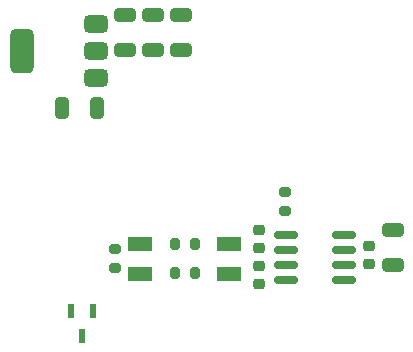
<source format=gbr>
%TF.GenerationSoftware,KiCad,Pcbnew,9.0.2*%
%TF.CreationDate,2025-09-25T10:32:18+03:00*%
%TF.ProjectId,uPIC46,75504943-3436-42e6-9b69-6361645f7063,V0*%
%TF.SameCoordinates,Original*%
%TF.FileFunction,Paste,Bot*%
%TF.FilePolarity,Positive*%
%FSLAX46Y46*%
G04 Gerber Fmt 4.6, Leading zero omitted, Abs format (unit mm)*
G04 Created by KiCad (PCBNEW 9.0.2) date 2025-09-25 10:32:18*
%MOMM*%
%LPD*%
G01*
G04 APERTURE LIST*
G04 Aperture macros list*
%AMRoundRect*
0 Rectangle with rounded corners*
0 $1 Rounding radius*
0 $2 $3 $4 $5 $6 $7 $8 $9 X,Y pos of 4 corners*
0 Add a 4 corners polygon primitive as box body*
4,1,4,$2,$3,$4,$5,$6,$7,$8,$9,$2,$3,0*
0 Add four circle primitives for the rounded corners*
1,1,$1+$1,$2,$3*
1,1,$1+$1,$4,$5*
1,1,$1+$1,$6,$7*
1,1,$1+$1,$8,$9*
0 Add four rect primitives between the rounded corners*
20,1,$1+$1,$2,$3,$4,$5,0*
20,1,$1+$1,$4,$5,$6,$7,0*
20,1,$1+$1,$6,$7,$8,$9,0*
20,1,$1+$1,$8,$9,$2,$3,0*%
G04 Aperture macros list end*
%ADD10R,2.000000X1.200000*%
%ADD11RoundRect,0.250000X0.650000X-0.325000X0.650000X0.325000X-0.650000X0.325000X-0.650000X-0.325000X0*%
%ADD12RoundRect,0.225000X0.250000X-0.225000X0.250000X0.225000X-0.250000X0.225000X-0.250000X-0.225000X0*%
%ADD13RoundRect,0.200000X-0.275000X0.200000X-0.275000X-0.200000X0.275000X-0.200000X0.275000X0.200000X0*%
%ADD14RoundRect,0.250000X0.325000X0.650000X-0.325000X0.650000X-0.325000X-0.650000X0.325000X-0.650000X0*%
%ADD15RoundRect,0.200000X-0.200000X-0.275000X0.200000X-0.275000X0.200000X0.275000X-0.200000X0.275000X0*%
%ADD16RoundRect,0.150000X0.825000X0.150000X-0.825000X0.150000X-0.825000X-0.150000X0.825000X-0.150000X0*%
%ADD17RoundRect,0.200000X0.275000X-0.200000X0.275000X0.200000X-0.275000X0.200000X-0.275000X-0.200000X0*%
%ADD18RoundRect,0.375000X0.625000X0.375000X-0.625000X0.375000X-0.625000X-0.375000X0.625000X-0.375000X0*%
%ADD19RoundRect,0.500000X0.500000X1.400000X-0.500000X1.400000X-0.500000X-1.400000X0.500000X-1.400000X0*%
%ADD20R,0.600000X1.300000*%
G04 APERTURE END LIST*
D10*
%TO.C,L3*%
X142750000Y-105570000D03*
X142750000Y-108110000D03*
X135250000Y-108110000D03*
X135250000Y-105570000D03*
%TD*%
D11*
%TO.C,C57*%
X156640000Y-107355000D03*
X156640000Y-104405000D03*
%TD*%
D12*
%TO.C,C59*%
X145320000Y-105955000D03*
X145320000Y-104405000D03*
%TD*%
%TO.C,C58*%
X154600000Y-107325000D03*
X154600000Y-105775000D03*
%TD*%
%TO.C,C62*%
X145320000Y-109005000D03*
X145320000Y-107455000D03*
%TD*%
D13*
%TO.C,R38*%
X147540000Y-101175000D03*
X147540000Y-102825000D03*
%TD*%
D11*
%TO.C,C18*%
X133940000Y-89175000D03*
X133940000Y-86225000D03*
%TD*%
%TO.C,C10*%
X138660000Y-89180000D03*
X138660000Y-86230000D03*
%TD*%
D14*
%TO.C,C16*%
X131575000Y-94100000D03*
X128625000Y-94100000D03*
%TD*%
D15*
%TO.C,R31*%
X138215000Y-105620000D03*
X139865000Y-105620000D03*
%TD*%
D16*
%TO.C,U9*%
X152505000Y-104825000D03*
X152505000Y-106095000D03*
X152505000Y-107365000D03*
X152505000Y-108635000D03*
X147555000Y-108635000D03*
X147555000Y-107365000D03*
X147555000Y-106095000D03*
X147555000Y-104825000D03*
%TD*%
D17*
%TO.C,R32*%
X133110000Y-107665000D03*
X133110000Y-106015000D03*
%TD*%
D18*
%TO.C,U5*%
X131510000Y-86960000D03*
X131510000Y-89260000D03*
D19*
X125210000Y-89260000D03*
D18*
X131510000Y-91560000D03*
%TD*%
D11*
%TO.C,C19*%
X136290000Y-89185000D03*
X136290000Y-86235000D03*
%TD*%
D20*
%TO.C,D6*%
X129370000Y-111280000D03*
X131270000Y-111280000D03*
X130320000Y-113380000D03*
%TD*%
D15*
%TO.C,R39*%
X138215000Y-108090000D03*
X139865000Y-108090000D03*
%TD*%
M02*

</source>
